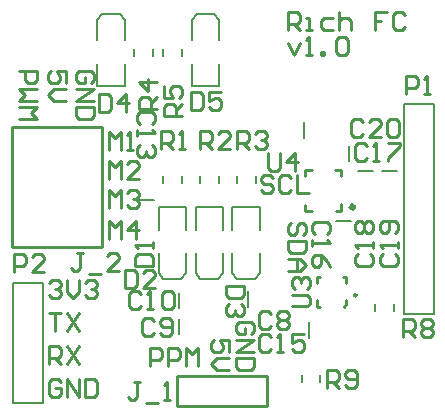
<source format=gto>
G04 Layer_Color=65535*
%FSLAX24Y24*%
%MOIN*%
G70*
G01*
G75*
%ADD20C,0.0197*%
%ADD36C,0.0100*%
%ADD37C,0.0079*%
D20*
X11457Y6905D02*
G03*
X11457Y6905I-39J0D01*
G01*
D36*
X11551Y3970D02*
G03*
X11551Y3970I-39J0D01*
G01*
X11024Y7944D02*
Y8145D01*
X9843D02*
X10077D01*
X9843Y7944D02*
Y8145D01*
Y6767D02*
Y6983D01*
Y6767D02*
X10077D01*
X11024D02*
Y7001D01*
X10866Y6767D02*
X11024D01*
X10827Y8145D02*
X11024D01*
X11122Y3592D02*
X11220Y3671D01*
X10236Y3592D02*
X10354D01*
X10236Y4360D02*
Y4577D01*
Y3592D02*
Y3809D01*
Y4577D02*
X10354D01*
X11091D02*
X11220D01*
Y4360D02*
Y4577D01*
Y3671D02*
Y3809D01*
X5575Y1263D02*
X8587D01*
Y290D02*
Y1263D01*
X5575Y290D02*
X8587D01*
X5575D02*
Y1263D01*
X75Y9587D02*
X3075D01*
Y5587D02*
Y9587D01*
X75Y5587D02*
X3075D01*
X75D02*
Y9587D01*
X8692Y3330D02*
X8592Y3430D01*
X8392D01*
X8292Y3330D01*
Y2930D01*
X8392Y2830D01*
X8592D01*
X8692Y2930D01*
X8892Y3330D02*
X8992Y3430D01*
X9192D01*
X9292Y3330D01*
Y3230D01*
X9192Y3130D01*
X9292Y3030D01*
Y2930D01*
X9192Y2830D01*
X8992D01*
X8892Y2930D01*
Y3030D01*
X8992Y3130D01*
X8892Y3230D01*
Y3330D01*
X8992Y3130D02*
X9192D01*
X4732Y9664D02*
X4832Y9764D01*
Y9964D01*
X4732Y10064D01*
X4332D01*
X4232Y9964D01*
Y9764D01*
X4332Y9664D01*
X4232Y9464D02*
Y9264D01*
Y9364D01*
X4832D01*
X4732Y9464D01*
Y8964D02*
X4832Y8864D01*
Y8664D01*
X4732Y8564D01*
X4632D01*
X4532Y8664D01*
Y8764D01*
Y8664D01*
X4432Y8564D01*
X4332D01*
X4232Y8664D01*
Y8864D01*
X4332Y8964D01*
X4804Y3108D02*
X4704Y3208D01*
X4505D01*
X4405Y3108D01*
Y2708D01*
X4505Y2608D01*
X4704D01*
X4804Y2708D01*
X5004D02*
X5104Y2608D01*
X5304D01*
X5404Y2708D01*
Y3108D01*
X5304Y3208D01*
X5104D01*
X5004Y3108D01*
Y3008D01*
X5104Y2908D01*
X5404D01*
X4361Y3994D02*
X4262Y4094D01*
X4062D01*
X3962Y3994D01*
Y3594D01*
X4062Y3494D01*
X4262D01*
X4361Y3594D01*
X4561Y3494D02*
X4761D01*
X4661D01*
Y4094D01*
X4561Y3994D01*
X5061D02*
X5161Y4094D01*
X5361D01*
X5461Y3994D01*
Y3594D01*
X5361Y3494D01*
X5161D01*
X5061Y3594D01*
Y3994D01*
X150Y4726D02*
Y5326D01*
X450D01*
X550Y5226D01*
Y5026D01*
X450Y4926D01*
X150D01*
X1150Y4726D02*
X750D01*
X1150Y5126D01*
Y5226D01*
X1050Y5326D01*
X850D01*
X750Y5226D01*
X8612Y8695D02*
Y8195D01*
X8712Y8095D01*
X8912D01*
X9012Y8195D01*
Y8695D01*
X9512Y8095D02*
Y8695D01*
X9212Y8395D01*
X9612D01*
X9390Y3593D02*
X9890D01*
X9990Y3692D01*
Y3892D01*
X9890Y3992D01*
X9390D01*
X9490Y4192D02*
X9390Y4292D01*
Y4492D01*
X9490Y4592D01*
X9590D01*
X9690Y4492D01*
Y4392D01*
Y4492D01*
X9790Y4592D01*
X9890D01*
X9990Y4492D01*
Y4292D01*
X9890Y4192D01*
X10581Y861D02*
Y1461D01*
X10881D01*
X10981Y1361D01*
Y1161D01*
X10881Y1061D01*
X10581D01*
X10781D02*
X10981Y861D01*
X11181Y961D02*
X11280Y861D01*
X11480D01*
X11580Y961D01*
Y1361D01*
X11480Y1461D01*
X11280D01*
X11181Y1361D01*
Y1261D01*
X11280Y1161D01*
X11580D01*
X13091Y2559D02*
Y3159D01*
X13390D01*
X13490Y3059D01*
Y2859D01*
X13390Y2759D01*
X13091D01*
X13290D02*
X13490Y2559D01*
X13690Y3059D02*
X13790Y3159D01*
X13990D01*
X14090Y3059D01*
Y2959D01*
X13990Y2859D01*
X14090Y2759D01*
Y2659D01*
X13990Y2559D01*
X13790D01*
X13690Y2659D01*
Y2759D01*
X13790Y2859D01*
X13690Y2959D01*
Y3059D01*
X13790Y2859D02*
X13990D01*
X5733Y9941D02*
X5133D01*
Y10241D01*
X5233Y10341D01*
X5433D01*
X5533Y10241D01*
Y9941D01*
Y10141D02*
X5733Y10341D01*
X5133Y10941D02*
Y10541D01*
X5433D01*
X5333Y10741D01*
Y10841D01*
X5433Y10941D01*
X5633D01*
X5733Y10841D01*
Y10641D01*
X5633Y10541D01*
X4897Y10187D02*
X4297D01*
Y10487D01*
X4397Y10587D01*
X4597D01*
X4697Y10487D01*
Y10187D01*
Y10387D02*
X4897Y10587D01*
Y11087D02*
X4297D01*
X4597Y10787D01*
Y11187D01*
X7579Y8858D02*
Y9458D01*
X7879D01*
X7979Y9358D01*
Y9158D01*
X7879Y9058D01*
X7579D01*
X7779D02*
X7979Y8858D01*
X8179Y9358D02*
X8279Y9458D01*
X8478D01*
X8578Y9358D01*
Y9258D01*
X8478Y9158D01*
X8378D01*
X8478D01*
X8578Y9058D01*
Y8958D01*
X8478Y8858D01*
X8279D01*
X8179Y8958D01*
X6348Y8858D02*
Y9458D01*
X6648D01*
X6748Y9358D01*
Y9158D01*
X6648Y9058D01*
X6348D01*
X6548D02*
X6748Y8858D01*
X7348D02*
X6948D01*
X7348Y9258D01*
Y9358D01*
X7248Y9458D01*
X7048D01*
X6948Y9358D01*
X5044Y8858D02*
Y9458D01*
X5344D01*
X5444Y9358D01*
Y9158D01*
X5344Y9058D01*
X5044D01*
X5244D02*
X5444Y8858D01*
X5644D02*
X5844D01*
X5744D01*
Y9458D01*
X5644Y9358D01*
X13197Y10691D02*
Y11291D01*
X13497D01*
X13597Y11191D01*
Y10991D01*
X13497Y10891D01*
X13197D01*
X13797Y10691D02*
X13997D01*
X13897D01*
Y11291D01*
X13797Y11191D01*
X2442Y5373D02*
X2242D01*
X2342D01*
Y4874D01*
X2242Y4774D01*
X2142D01*
X2042Y4874D01*
X2642Y4674D02*
X3042D01*
X3642Y4774D02*
X3242D01*
X3642Y5173D01*
Y5273D01*
X3542Y5373D01*
X3342D01*
X3242Y5273D01*
X4337Y1067D02*
X4137D01*
X4237D01*
Y567D01*
X4137Y468D01*
X4037D01*
X3937Y567D01*
X4537Y368D02*
X4937D01*
X5137Y468D02*
X5337D01*
X5237D01*
Y1067D01*
X5137Y967D01*
X6053Y10738D02*
Y10138D01*
X6353D01*
X6453Y10238D01*
Y10638D01*
X6353Y10738D01*
X6053D01*
X7053D02*
X6653D01*
Y10438D01*
X6853Y10538D01*
X6953D01*
X7053Y10438D01*
Y10238D01*
X6953Y10138D01*
X6753D01*
X6653Y10238D01*
X2977Y10688D02*
Y10089D01*
X3277D01*
X3377Y10189D01*
Y10588D01*
X3277Y10688D01*
X2977D01*
X3877Y10089D02*
Y10688D01*
X3577Y10388D01*
X3977D01*
X7809Y4281D02*
X7210D01*
Y3982D01*
X7310Y3882D01*
X7709D01*
X7809Y3982D01*
Y4281D01*
X7709Y3682D02*
X7809Y3582D01*
Y3382D01*
X7709Y3282D01*
X7610D01*
X7510Y3382D01*
Y3482D01*
Y3382D01*
X7410Y3282D01*
X7310D01*
X7210Y3382D01*
Y3582D01*
X7310Y3682D01*
X3839Y4807D02*
Y4208D01*
X4138D01*
X4238Y4308D01*
Y4708D01*
X4138Y4807D01*
X3839D01*
X4838Y4208D02*
X4438D01*
X4838Y4608D01*
Y4708D01*
X4738Y4807D01*
X4538D01*
X4438Y4708D01*
X4174Y4946D02*
X4774D01*
Y5246D01*
X4674Y5346D01*
X4274D01*
X4174Y5246D01*
Y4946D01*
X4774Y5546D02*
Y5746D01*
Y5646D01*
X4174D01*
X4274Y5546D01*
X11768Y9727D02*
X11668Y9827D01*
X11468D01*
X11368Y9727D01*
Y9327D01*
X11468Y9227D01*
X11668D01*
X11768Y9327D01*
X12368Y9227D02*
X11968D01*
X12368Y9627D01*
Y9727D01*
X12268Y9827D01*
X12068D01*
X11968Y9727D01*
X12568D02*
X12668Y9827D01*
X12868D01*
X12968Y9727D01*
Y9327D01*
X12868Y9227D01*
X12668D01*
X12568Y9327D01*
Y9727D01*
X12443Y5346D02*
X12343Y5246D01*
Y5046D01*
X12443Y4946D01*
X12843D01*
X12943Y5046D01*
Y5246D01*
X12843Y5346D01*
X12943Y5546D02*
Y5746D01*
Y5646D01*
X12343D01*
X12443Y5546D01*
X12843Y6046D02*
X12943Y6145D01*
Y6345D01*
X12843Y6445D01*
X12443D01*
X12343Y6345D01*
Y6145D01*
X12443Y6046D01*
X12543D01*
X12643Y6145D01*
Y6445D01*
X11606Y5346D02*
X11506Y5246D01*
Y5046D01*
X11606Y4946D01*
X12006D01*
X12106Y5046D01*
Y5246D01*
X12006Y5346D01*
X12106Y5546D02*
Y5746D01*
Y5646D01*
X11506D01*
X11606Y5546D01*
Y6046D02*
X11506Y6145D01*
Y6345D01*
X11606Y6445D01*
X11706D01*
X11806Y6345D01*
X11906Y6445D01*
X12006D01*
X12106Y6345D01*
Y6145D01*
X12006Y6046D01*
X11906D01*
X11806Y6145D01*
X11706Y6046D01*
X11606D01*
X11806Y6145D02*
Y6345D01*
X11916Y8940D02*
X11816Y9040D01*
X11616D01*
X11516Y8940D01*
Y8540D01*
X11616Y8440D01*
X11816D01*
X11916Y8540D01*
X12116Y8440D02*
X12315D01*
X12216D01*
Y9040D01*
X12116Y8940D01*
X12615Y9040D02*
X13015D01*
Y8940D01*
X12615Y8540D01*
Y8440D01*
X10564Y6022D02*
X10664Y6122D01*
Y6322D01*
X10564Y6422D01*
X10164D01*
X10064Y6322D01*
Y6122D01*
X10164Y6022D01*
X10064Y5822D02*
Y5623D01*
Y5722D01*
X10664D01*
X10564Y5822D01*
X10664Y4923D02*
X10564Y5123D01*
X10364Y5323D01*
X10164D01*
X10064Y5223D01*
Y5023D01*
X10164Y4923D01*
X10264D01*
X10364Y5023D01*
Y5323D01*
X8717Y2567D02*
X8617Y2667D01*
X8417D01*
X8317Y2567D01*
Y2167D01*
X8417Y2067D01*
X8617D01*
X8717Y2167D01*
X8917Y2067D02*
X9117D01*
X9017D01*
Y2667D01*
X8917Y2567D01*
X9816Y2667D02*
X9417D01*
Y2367D01*
X9617Y2467D01*
X9716D01*
X9816Y2367D01*
Y2167D01*
X9716Y2067D01*
X9517D01*
X9417Y2167D01*
X9277Y12383D02*
X9477Y11983D01*
X9676Y12383D01*
X9876Y11983D02*
X10076D01*
X9976D01*
Y12583D01*
X9876Y12483D01*
X10376Y11983D02*
Y12083D01*
X10476D01*
Y11983D01*
X10376D01*
X10876Y12483D02*
X10976Y12583D01*
X11176D01*
X11276Y12483D01*
Y12083D01*
X11176Y11983D01*
X10976D01*
X10876Y12083D01*
Y12483D01*
X9277Y12820D02*
Y13420D01*
X9576D01*
X9676Y13320D01*
Y13120D01*
X9576Y13020D01*
X9277D01*
X9477D02*
X9676Y12820D01*
X9876D02*
X10076D01*
X9976D01*
Y13220D01*
X9876D01*
X10776D02*
X10476D01*
X10376Y13120D01*
Y12920D01*
X10476Y12820D01*
X10776D01*
X10976Y13420D02*
Y12820D01*
Y13120D01*
X11076Y13220D01*
X11276D01*
X11376Y13120D01*
Y12820D01*
X12576Y13420D02*
X12176D01*
Y13120D01*
X12376D01*
X12176D01*
Y12820D01*
X13175Y13320D02*
X13075Y13420D01*
X12875D01*
X12775Y13320D01*
Y12920D01*
X12875Y12820D01*
X13075D01*
X13175Y12920D01*
X8766Y7882D02*
X8666Y7982D01*
X8466D01*
X8366Y7882D01*
Y7782D01*
X8466Y7682D01*
X8666D01*
X8766Y7582D01*
Y7482D01*
X8666Y7382D01*
X8466D01*
X8366Y7482D01*
X9366Y7882D02*
X9266Y7982D01*
X9066D01*
X8966Y7882D01*
Y7482D01*
X9066Y7382D01*
X9266D01*
X9366Y7482D01*
X9566Y7982D02*
Y7382D01*
X9966D01*
X9776Y5973D02*
X9876Y6073D01*
Y6273D01*
X9776Y6373D01*
X9676D01*
X9576Y6273D01*
Y6073D01*
X9477Y5973D01*
X9377D01*
X9277Y6073D01*
Y6273D01*
X9377Y6373D01*
X9876Y5773D02*
X9277D01*
Y5473D01*
X9377Y5373D01*
X9776D01*
X9876Y5473D01*
Y5773D01*
X9277Y5173D02*
X9676D01*
X9876Y4973D01*
X9676Y4774D01*
X9277D01*
X9576D01*
Y5173D01*
X2714Y11042D02*
X2814Y11142D01*
Y11342D01*
X2714Y11442D01*
X2315D01*
X2215Y11342D01*
Y11142D01*
X2315Y11042D01*
X2514D01*
Y11242D01*
X2215Y10842D02*
X2814D01*
X2215Y10442D01*
X2814D01*
Y10242D02*
X2215D01*
Y9942D01*
X2315Y9842D01*
X2714D01*
X2814Y9942D01*
Y10242D01*
X1855Y11042D02*
Y11442D01*
X1555D01*
X1655Y11242D01*
Y11142D01*
X1555Y11042D01*
X1355D01*
X1255Y11142D01*
Y11342D01*
X1355Y11442D01*
X1855Y10842D02*
X1455D01*
X1255Y10642D01*
X1455Y10442D01*
X1855D01*
X320Y11442D02*
X920D01*
Y11142D01*
X820Y11042D01*
X620D01*
X520Y11142D01*
Y11442D01*
X920Y10842D02*
X320D01*
X520Y10642D01*
X320Y10442D01*
X920D01*
X320Y10242D02*
X920D01*
X720Y10042D01*
X920Y9842D01*
X320D01*
X1304Y4388D02*
X1404Y4488D01*
X1604D01*
X1704Y4388D01*
Y4288D01*
X1604Y4188D01*
X1504D01*
X1604D01*
X1704Y4088D01*
Y3988D01*
X1604Y3888D01*
X1404D01*
X1304Y3988D01*
X1904Y4488D02*
Y4088D01*
X2104Y3888D01*
X2304Y4088D01*
Y4488D01*
X2504Y4388D02*
X2604Y4488D01*
X2804D01*
X2904Y4388D01*
Y4288D01*
X2804Y4188D01*
X2704D01*
X2804D01*
X2904Y4088D01*
Y3988D01*
X2804Y3888D01*
X2604D01*
X2504Y3988D01*
X1304Y3380D02*
X1704D01*
X1504D01*
Y2781D01*
X1904Y3380D02*
X2304Y2781D01*
Y3380D02*
X1904Y2781D01*
X1304Y1673D02*
Y2273D01*
X1604D01*
X1704Y2173D01*
Y1973D01*
X1604Y1873D01*
X1304D01*
X1504D02*
X1704Y1673D01*
X1904Y2273D02*
X2304Y1673D01*
Y2273D02*
X1904Y1673D01*
X1704Y1066D02*
X1604Y1166D01*
X1404D01*
X1304Y1066D01*
Y666D01*
X1404Y566D01*
X1604D01*
X1704Y666D01*
Y866D01*
X1504D01*
X1904Y566D02*
Y1166D01*
X2304Y566D01*
Y1166D01*
X2504D02*
Y566D01*
X2804D01*
X2904Y666D01*
Y1066D01*
X2804Y1166D01*
X2504D01*
X4675Y1624D02*
Y2224D01*
X4975D01*
X5075Y2124D01*
Y1924D01*
X4975Y1824D01*
X4675D01*
X5275Y1624D02*
Y2224D01*
X5575D01*
X5675Y2124D01*
Y1924D01*
X5575Y1824D01*
X5275D01*
X5875Y1624D02*
Y2224D01*
X6075Y2024D01*
X6275Y2224D01*
Y1624D01*
X7317Y2076D02*
Y2476D01*
X7017D01*
X7117Y2276D01*
Y2176D01*
X7017Y2076D01*
X6817D01*
X6718Y2176D01*
Y2376D01*
X6817Y2476D01*
X7317Y1876D02*
X6917D01*
X6718Y1676D01*
X6917Y1476D01*
X7317D01*
X8029Y2676D02*
X8129Y2776D01*
Y2976D01*
X8029Y3076D01*
X7630D01*
X7530Y2976D01*
Y2776D01*
X7630Y2676D01*
X7829D01*
Y2876D01*
X7530Y2476D02*
X8129D01*
X7530Y2076D01*
X8129D01*
Y1876D02*
X7530D01*
Y1576D01*
X7630Y1476D01*
X8029D01*
X8129Y1576D01*
Y1876D01*
X3297Y5832D02*
Y6431D01*
X3497Y6232D01*
X3697Y6431D01*
Y5832D01*
X4197D02*
Y6431D01*
X3897Y6132D01*
X4297D01*
X3297Y6865D02*
Y7465D01*
X3497Y7265D01*
X3697Y7465D01*
Y6865D01*
X3897Y7365D02*
X3997Y7465D01*
X4197D01*
X4297Y7365D01*
Y7265D01*
X4197Y7165D01*
X4097D01*
X4197D01*
X4297Y7065D01*
Y6965D01*
X4197Y6865D01*
X3997D01*
X3897Y6965D01*
X3297Y7849D02*
Y8449D01*
X3497Y8249D01*
X3697Y8449D01*
Y7849D01*
X4297D02*
X3897D01*
X4297Y8249D01*
Y8349D01*
X4197Y8449D01*
X3997D01*
X3897Y8349D01*
X3297Y8809D02*
Y9409D01*
X3497Y9209D01*
X3697Y9409D01*
Y8809D01*
X3897D02*
X4097D01*
X3997D01*
Y9409D01*
X3897Y9309D01*
D37*
X7938Y3583D02*
Y4094D01*
X4296Y7151D02*
X4808D01*
X5650Y2672D02*
Y3184D01*
Y3533D02*
Y4045D01*
X5866Y4695D02*
Y5364D01*
X4961Y4695D02*
X5118Y4498D01*
X5709D02*
X5866Y4695D01*
X4961D02*
Y5364D01*
X5118Y4498D02*
X5709D01*
X4961Y6900D02*
X5866D01*
Y6152D02*
Y6900D01*
X4961Y6152D02*
Y6900D01*
X6959Y7707D02*
Y7943D01*
X6329Y7707D02*
Y7943D01*
X5728Y7707D02*
Y7943D01*
X5098Y7707D02*
Y7943D01*
X8189Y7697D02*
Y7933D01*
X7559Y7697D02*
Y7933D01*
X9724Y1088D02*
Y1324D01*
X10354Y1088D02*
Y1324D01*
X12185Y3435D02*
Y3671D01*
X12815Y3435D02*
Y3671D01*
X11299Y8430D02*
Y8942D01*
X6191Y6152D02*
Y6900D01*
X7096Y6152D02*
Y6900D01*
X6191D02*
X7096D01*
X6348Y4498D02*
X6939D01*
X6191Y4695D02*
Y5364D01*
X6939Y4498D02*
X7096Y4695D01*
X6191D02*
X6348Y4498D01*
X7096Y4695D02*
Y5364D01*
X7421Y6152D02*
Y6900D01*
X8327Y6152D02*
Y6900D01*
X7421D02*
X8327D01*
X7579Y4498D02*
X8169D01*
X7421Y4695D02*
Y5364D01*
X8169Y4498D02*
X8327Y4695D01*
X7421D02*
X7579Y4498D01*
X8327Y4695D02*
Y5364D01*
X3824Y10940D02*
Y11688D01*
X2918Y10940D02*
Y11688D01*
Y10940D02*
X3824D01*
X3076Y13342D02*
X3666D01*
X3824Y12475D02*
Y13145D01*
X2918D02*
X3076Y13342D01*
X3666D02*
X3824Y13145D01*
X2918Y12475D02*
Y13145D01*
X4139Y11944D02*
Y12180D01*
X4769Y11944D02*
Y12180D01*
X6973Y10940D02*
Y11688D01*
X6068Y10940D02*
Y11688D01*
Y10940D02*
X6973D01*
X6225Y13342D02*
X6816D01*
X6973Y12475D02*
Y13145D01*
X6068D02*
X6225Y13342D01*
X6816D02*
X6973Y13145D01*
X6068Y12475D02*
Y13145D01*
X5113Y11944D02*
Y12180D01*
X5743Y11944D02*
Y12180D01*
X9813Y9218D02*
Y9729D01*
X10866Y6432D02*
X11378D01*
X12392Y8105D02*
X12904D01*
X11604D02*
X12116D01*
X9961Y2549D02*
Y3061D01*
X91Y4386D02*
X1091D01*
Y386D02*
Y4386D01*
X91Y386D02*
Y4386D01*
Y386D02*
X1091D01*
X13132Y10356D02*
X14132D01*
Y3356D02*
Y10356D01*
X13132Y3356D02*
X14132D01*
X13132D02*
Y10356D01*
M02*

</source>
